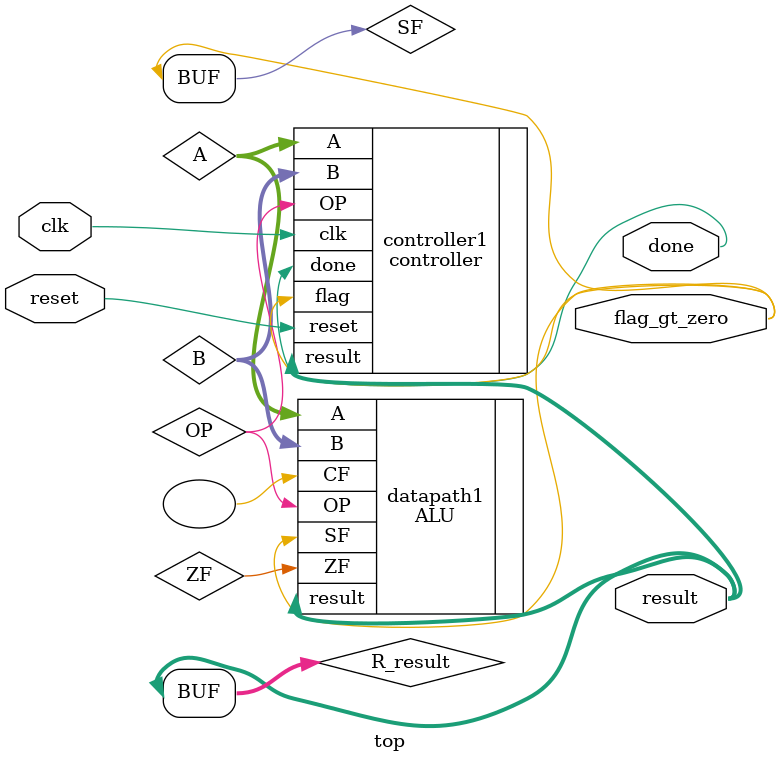
<source format=v>
module top(
    input wire clk,
    input wire reset,
    output wire [4:0] result,
    output wire flag_gt_zero,
    output wire done
);

    // Internal wires
    wire [4:0] A, B;
    wire OP;
    wire [4:0] R_result;
    wire SF, ZF;

    // Instantiate controller
    controller controller1 (
        .clk(clk),
        .reset(reset),
        .A(A),
        .B(B),
        .OP(OP),
        .result(result),
        .flag(flag_gt_zero),
        .done(done)
    );

    // Instantiate ALU datapath
    ALU datapath1 (
        .A(A),
        .B(B),
        .OP(OP),
        .result(R_result),
        .CF(),          // Carry flag (unused)
        .SF(SF),        // Sign flag
        .ZF(ZF)         // Zero flag
    );

    // Output assignments
    assign result = R_result;
    assign flag_gt_zero = SF;  // Flag is 1 when result > 0 (using sign flag)

endmodule
</source>
